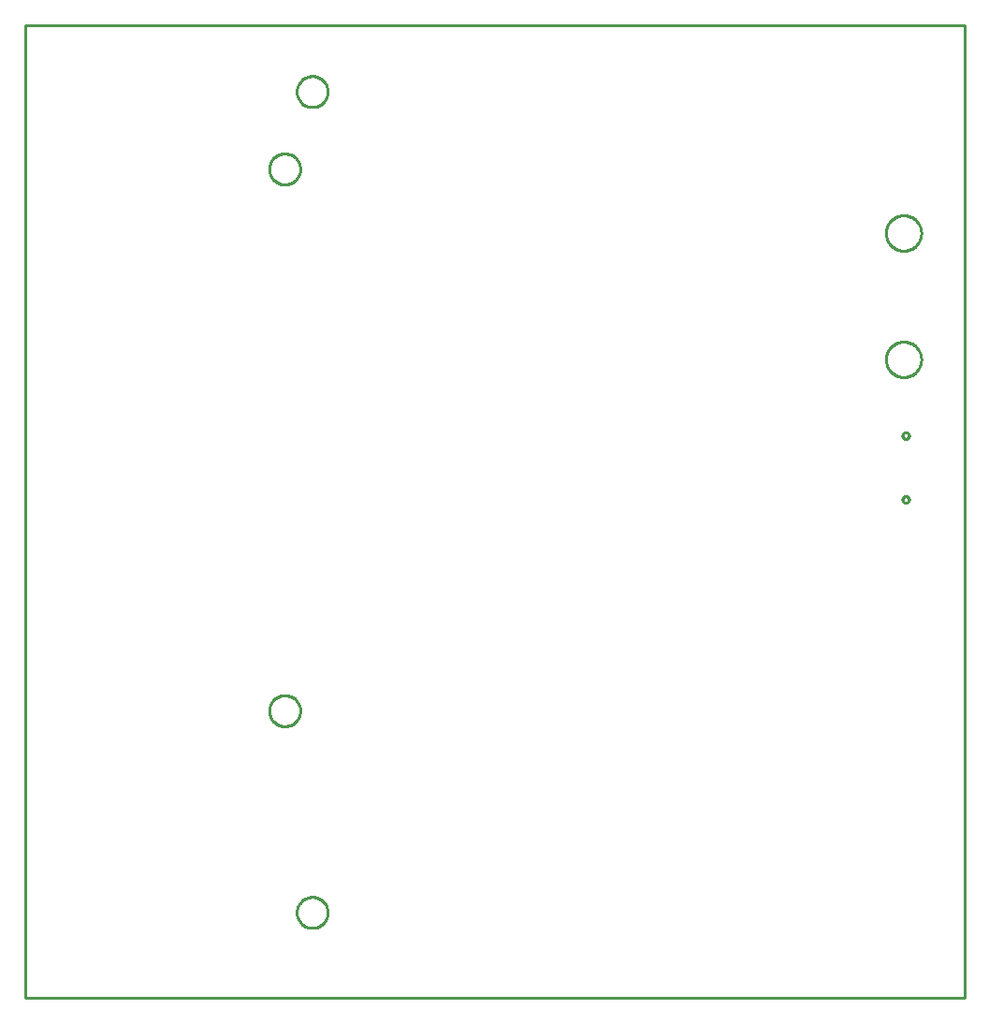
<source format=gko>
G04 EAGLE Gerber RS-274X export*
G75*
%MOMM*%
%FSLAX34Y34*%
%LPD*%
%IN*%
%IPPOS*%
%AMOC8*
5,1,8,0,0,1.08239X$1,22.5*%
G01*
%ADD10C,0.254000*%


D10*
X50000Y-20000D02*
X900000Y-20000D01*
X900000Y860000D01*
X50000Y860000D01*
X50000Y-20000D01*
X299000Y239500D02*
X298929Y238503D01*
X298786Y237513D01*
X298574Y236536D01*
X298292Y235576D01*
X297943Y234639D01*
X297527Y233729D01*
X297048Y232852D01*
X296507Y232010D01*
X295908Y231210D01*
X295253Y230454D01*
X294546Y229747D01*
X293790Y229092D01*
X292990Y228493D01*
X292148Y227952D01*
X291271Y227473D01*
X290361Y227057D01*
X289424Y226708D01*
X288465Y226426D01*
X287487Y226214D01*
X286498Y226071D01*
X285500Y226000D01*
X284500Y226000D01*
X283503Y226071D01*
X282513Y226214D01*
X281536Y226426D01*
X280576Y226708D01*
X279639Y227057D01*
X278729Y227473D01*
X277852Y227952D01*
X277010Y228493D01*
X276210Y229092D01*
X275454Y229747D01*
X274747Y230454D01*
X274092Y231210D01*
X273493Y232010D01*
X272952Y232852D01*
X272473Y233729D01*
X272057Y234639D01*
X271708Y235576D01*
X271426Y236536D01*
X271214Y237513D01*
X271071Y238503D01*
X271000Y239500D01*
X271000Y240500D01*
X271071Y241498D01*
X271214Y242487D01*
X271426Y243465D01*
X271708Y244424D01*
X272057Y245361D01*
X272473Y246271D01*
X272952Y247148D01*
X273493Y247990D01*
X274092Y248790D01*
X274747Y249546D01*
X275454Y250253D01*
X276210Y250908D01*
X277010Y251507D01*
X277852Y252048D01*
X278729Y252527D01*
X279639Y252943D01*
X280576Y253292D01*
X281536Y253574D01*
X282513Y253786D01*
X283503Y253929D01*
X284500Y254000D01*
X285500Y254000D01*
X286498Y253929D01*
X287487Y253786D01*
X288465Y253574D01*
X289424Y253292D01*
X290361Y252943D01*
X291271Y252527D01*
X292148Y252048D01*
X292990Y251507D01*
X293790Y250908D01*
X294546Y250253D01*
X295253Y249546D01*
X295908Y248790D01*
X296507Y247990D01*
X297048Y247148D01*
X297527Y246271D01*
X297943Y245361D01*
X298292Y244424D01*
X298574Y243465D01*
X298786Y242487D01*
X298929Y241498D01*
X299000Y240500D01*
X299000Y239500D01*
X299000Y729500D02*
X298929Y728503D01*
X298786Y727513D01*
X298574Y726536D01*
X298292Y725576D01*
X297943Y724639D01*
X297527Y723729D01*
X297048Y722852D01*
X296507Y722010D01*
X295908Y721210D01*
X295253Y720454D01*
X294546Y719747D01*
X293790Y719092D01*
X292990Y718493D01*
X292148Y717952D01*
X291271Y717473D01*
X290361Y717057D01*
X289424Y716708D01*
X288465Y716426D01*
X287487Y716214D01*
X286498Y716071D01*
X285500Y716000D01*
X284500Y716000D01*
X283503Y716071D01*
X282513Y716214D01*
X281536Y716426D01*
X280576Y716708D01*
X279639Y717057D01*
X278729Y717473D01*
X277852Y717952D01*
X277010Y718493D01*
X276210Y719092D01*
X275454Y719747D01*
X274747Y720454D01*
X274092Y721210D01*
X273493Y722010D01*
X272952Y722852D01*
X272473Y723729D01*
X272057Y724639D01*
X271708Y725576D01*
X271426Y726536D01*
X271214Y727513D01*
X271071Y728503D01*
X271000Y729500D01*
X271000Y730500D01*
X271071Y731498D01*
X271214Y732487D01*
X271426Y733465D01*
X271708Y734424D01*
X272057Y735361D01*
X272473Y736271D01*
X272952Y737148D01*
X273493Y737990D01*
X274092Y738790D01*
X274747Y739546D01*
X275454Y740253D01*
X276210Y740908D01*
X277010Y741507D01*
X277852Y742048D01*
X278729Y742527D01*
X279639Y742943D01*
X280576Y743292D01*
X281536Y743574D01*
X282513Y743786D01*
X283503Y743929D01*
X284500Y744000D01*
X285500Y744000D01*
X286498Y743929D01*
X287487Y743786D01*
X288465Y743574D01*
X289424Y743292D01*
X290361Y742943D01*
X291271Y742527D01*
X292148Y742048D01*
X292990Y741507D01*
X293790Y740908D01*
X294546Y740253D01*
X295253Y739546D01*
X295908Y738790D01*
X296507Y737990D01*
X297048Y737148D01*
X297527Y736271D01*
X297943Y735361D01*
X298292Y734424D01*
X298574Y733465D01*
X298786Y732487D01*
X298929Y731498D01*
X299000Y730500D01*
X299000Y729500D01*
X324000Y57000D02*
X323929Y56003D01*
X323786Y55013D01*
X323574Y54036D01*
X323292Y53076D01*
X322943Y52139D01*
X322527Y51229D01*
X322048Y50352D01*
X321507Y49510D01*
X320908Y48710D01*
X320253Y47954D01*
X319546Y47247D01*
X318790Y46592D01*
X317990Y45993D01*
X317148Y45452D01*
X316271Y44973D01*
X315361Y44557D01*
X314424Y44208D01*
X313465Y43926D01*
X312487Y43714D01*
X311498Y43571D01*
X310500Y43500D01*
X309500Y43500D01*
X308503Y43571D01*
X307513Y43714D01*
X306536Y43926D01*
X305576Y44208D01*
X304639Y44557D01*
X303729Y44973D01*
X302852Y45452D01*
X302010Y45993D01*
X301210Y46592D01*
X300454Y47247D01*
X299747Y47954D01*
X299092Y48710D01*
X298493Y49510D01*
X297952Y50352D01*
X297473Y51229D01*
X297057Y52139D01*
X296708Y53076D01*
X296426Y54036D01*
X296214Y55013D01*
X296071Y56003D01*
X296000Y57000D01*
X296000Y58000D01*
X296071Y58998D01*
X296214Y59987D01*
X296426Y60965D01*
X296708Y61924D01*
X297057Y62861D01*
X297473Y63771D01*
X297952Y64648D01*
X298493Y65490D01*
X299092Y66290D01*
X299747Y67046D01*
X300454Y67753D01*
X301210Y68408D01*
X302010Y69007D01*
X302852Y69548D01*
X303729Y70027D01*
X304639Y70443D01*
X305576Y70792D01*
X306536Y71074D01*
X307513Y71286D01*
X308503Y71429D01*
X309500Y71500D01*
X310500Y71500D01*
X311498Y71429D01*
X312487Y71286D01*
X313465Y71074D01*
X314424Y70792D01*
X315361Y70443D01*
X316271Y70027D01*
X317148Y69548D01*
X317990Y69007D01*
X318790Y68408D01*
X319546Y67753D01*
X320253Y67046D01*
X320908Y66290D01*
X321507Y65490D01*
X322048Y64648D01*
X322527Y63771D01*
X322943Y62861D01*
X323292Y61924D01*
X323574Y60965D01*
X323786Y59987D01*
X323929Y58998D01*
X324000Y58000D01*
X324000Y57000D01*
X324000Y799500D02*
X323929Y798503D01*
X323786Y797513D01*
X323574Y796536D01*
X323292Y795576D01*
X322943Y794639D01*
X322527Y793729D01*
X322048Y792852D01*
X321507Y792010D01*
X320908Y791210D01*
X320253Y790454D01*
X319546Y789747D01*
X318790Y789092D01*
X317990Y788493D01*
X317148Y787952D01*
X316271Y787473D01*
X315361Y787057D01*
X314424Y786708D01*
X313465Y786426D01*
X312487Y786214D01*
X311498Y786071D01*
X310500Y786000D01*
X309500Y786000D01*
X308503Y786071D01*
X307513Y786214D01*
X306536Y786426D01*
X305576Y786708D01*
X304639Y787057D01*
X303729Y787473D01*
X302852Y787952D01*
X302010Y788493D01*
X301210Y789092D01*
X300454Y789747D01*
X299747Y790454D01*
X299092Y791210D01*
X298493Y792010D01*
X297952Y792852D01*
X297473Y793729D01*
X297057Y794639D01*
X296708Y795576D01*
X296426Y796536D01*
X296214Y797513D01*
X296071Y798503D01*
X296000Y799500D01*
X296000Y800500D01*
X296071Y801498D01*
X296214Y802487D01*
X296426Y803465D01*
X296708Y804424D01*
X297057Y805361D01*
X297473Y806271D01*
X297952Y807148D01*
X298493Y807990D01*
X299092Y808790D01*
X299747Y809546D01*
X300454Y810253D01*
X301210Y810908D01*
X302010Y811507D01*
X302852Y812048D01*
X303729Y812527D01*
X304639Y812943D01*
X305576Y813292D01*
X306536Y813574D01*
X307513Y813786D01*
X308503Y813929D01*
X309500Y814000D01*
X310500Y814000D01*
X311498Y813929D01*
X312487Y813786D01*
X313465Y813574D01*
X314424Y813292D01*
X315361Y812943D01*
X316271Y812527D01*
X317148Y812048D01*
X317990Y811507D01*
X318790Y810908D01*
X319546Y810253D01*
X320253Y809546D01*
X320908Y808790D01*
X321507Y807990D01*
X322048Y807148D01*
X322527Y806271D01*
X322943Y805361D01*
X323292Y804424D01*
X323574Y803465D01*
X323786Y802487D01*
X323929Y801498D01*
X324000Y800500D01*
X324000Y799500D01*
X845524Y573850D02*
X846569Y573782D01*
X847608Y573645D01*
X848635Y573440D01*
X849647Y573169D01*
X850639Y572833D01*
X851607Y572432D01*
X852546Y571968D01*
X853454Y571445D01*
X854325Y570863D01*
X855156Y570225D01*
X855943Y569534D01*
X856684Y568793D01*
X857375Y568006D01*
X858013Y567175D01*
X858595Y566304D01*
X859118Y565396D01*
X859582Y564457D01*
X859983Y563489D01*
X860319Y562497D01*
X860590Y561485D01*
X860795Y560458D01*
X860932Y559419D01*
X861000Y558374D01*
X861000Y557326D01*
X860932Y556281D01*
X860795Y555242D01*
X860590Y554215D01*
X860319Y553203D01*
X859983Y552211D01*
X859582Y551243D01*
X859118Y550304D01*
X858595Y549396D01*
X858013Y548525D01*
X857375Y547694D01*
X856684Y546907D01*
X855943Y546166D01*
X855156Y545475D01*
X854325Y544838D01*
X853454Y544256D01*
X852546Y543732D01*
X851607Y543268D01*
X850639Y542867D01*
X849647Y542531D01*
X848635Y542260D01*
X847608Y542055D01*
X846569Y541919D01*
X845524Y541850D01*
X844476Y541850D01*
X843431Y541919D01*
X842392Y542055D01*
X841365Y542260D01*
X840353Y542531D01*
X839361Y542867D01*
X838393Y543268D01*
X837454Y543732D01*
X836546Y544256D01*
X835675Y544838D01*
X834844Y545475D01*
X834057Y546166D01*
X833316Y546907D01*
X832625Y547694D01*
X831988Y548525D01*
X831406Y549396D01*
X830882Y550304D01*
X830418Y551243D01*
X830017Y552211D01*
X829681Y553203D01*
X829410Y554215D01*
X829205Y555242D01*
X829069Y556281D01*
X829000Y557326D01*
X829000Y558374D01*
X829069Y559419D01*
X829205Y560458D01*
X829410Y561485D01*
X829681Y562497D01*
X830017Y563489D01*
X830418Y564457D01*
X830882Y565396D01*
X831406Y566304D01*
X831988Y567175D01*
X832625Y568006D01*
X833316Y568793D01*
X834057Y569534D01*
X834844Y570225D01*
X835675Y570863D01*
X836546Y571445D01*
X837454Y571968D01*
X838393Y572432D01*
X839361Y572833D01*
X840353Y573169D01*
X841365Y573440D01*
X842392Y573645D01*
X843431Y573782D01*
X844476Y573850D01*
X845524Y573850D01*
X845524Y688150D02*
X846569Y688082D01*
X847608Y687945D01*
X848635Y687740D01*
X849647Y687469D01*
X850639Y687133D01*
X851607Y686732D01*
X852546Y686268D01*
X853454Y685745D01*
X854325Y685163D01*
X855156Y684525D01*
X855943Y683834D01*
X856684Y683093D01*
X857375Y682306D01*
X858013Y681475D01*
X858595Y680604D01*
X859118Y679696D01*
X859582Y678757D01*
X859983Y677789D01*
X860319Y676797D01*
X860590Y675785D01*
X860795Y674758D01*
X860932Y673719D01*
X861000Y672674D01*
X861000Y671626D01*
X860932Y670581D01*
X860795Y669542D01*
X860590Y668515D01*
X860319Y667503D01*
X859983Y666511D01*
X859582Y665543D01*
X859118Y664604D01*
X858595Y663696D01*
X858013Y662825D01*
X857375Y661994D01*
X856684Y661207D01*
X855943Y660466D01*
X855156Y659775D01*
X854325Y659138D01*
X853454Y658556D01*
X852546Y658032D01*
X851607Y657568D01*
X850639Y657167D01*
X849647Y656831D01*
X848635Y656560D01*
X847608Y656355D01*
X846569Y656219D01*
X845524Y656150D01*
X844476Y656150D01*
X843431Y656219D01*
X842392Y656355D01*
X841365Y656560D01*
X840353Y656831D01*
X839361Y657167D01*
X838393Y657568D01*
X837454Y658032D01*
X836546Y658556D01*
X835675Y659138D01*
X834844Y659775D01*
X834057Y660466D01*
X833316Y661207D01*
X832625Y661994D01*
X831988Y662825D01*
X831406Y663696D01*
X830882Y664604D01*
X830418Y665543D01*
X830017Y666511D01*
X829681Y667503D01*
X829410Y668515D01*
X829205Y669542D01*
X829069Y670581D01*
X829000Y671626D01*
X829000Y672674D01*
X829069Y673719D01*
X829205Y674758D01*
X829410Y675785D01*
X829681Y676797D01*
X830017Y677789D01*
X830418Y678757D01*
X830882Y679696D01*
X831406Y680604D01*
X831988Y681475D01*
X832625Y682306D01*
X833316Y683093D01*
X834057Y683834D01*
X834844Y684525D01*
X835675Y685163D01*
X836546Y685745D01*
X837454Y686268D01*
X838393Y686732D01*
X839361Y687133D01*
X840353Y687469D01*
X841365Y687740D01*
X842392Y687945D01*
X843431Y688082D01*
X844476Y688150D01*
X845524Y688150D01*
X847236Y434100D02*
X847703Y434026D01*
X848152Y433880D01*
X848572Y433666D01*
X848954Y433388D01*
X849288Y433054D01*
X849566Y432672D01*
X849780Y432252D01*
X849926Y431803D01*
X850000Y431336D01*
X850000Y430864D01*
X849926Y430398D01*
X849780Y429948D01*
X849566Y429528D01*
X849288Y429146D01*
X848954Y428812D01*
X848572Y428534D01*
X848152Y428320D01*
X847703Y428174D01*
X847236Y428100D01*
X846764Y428100D01*
X846298Y428174D01*
X845848Y428320D01*
X845428Y428534D01*
X845046Y428812D01*
X844712Y429146D01*
X844434Y429528D01*
X844220Y429948D01*
X844074Y430398D01*
X844000Y430864D01*
X844000Y431336D01*
X844074Y431803D01*
X844220Y432252D01*
X844434Y432672D01*
X844712Y433054D01*
X845046Y433388D01*
X845428Y433666D01*
X845848Y433880D01*
X846298Y434026D01*
X846764Y434100D01*
X847236Y434100D01*
X847236Y491900D02*
X847703Y491826D01*
X848152Y491680D01*
X848572Y491466D01*
X848954Y491188D01*
X849288Y490854D01*
X849566Y490472D01*
X849780Y490052D01*
X849926Y489603D01*
X850000Y489136D01*
X850000Y488664D01*
X849926Y488198D01*
X849780Y487748D01*
X849566Y487328D01*
X849288Y486946D01*
X848954Y486612D01*
X848572Y486334D01*
X848152Y486120D01*
X847703Y485974D01*
X847236Y485900D01*
X846764Y485900D01*
X846298Y485974D01*
X845848Y486120D01*
X845428Y486334D01*
X845046Y486612D01*
X844712Y486946D01*
X844434Y487328D01*
X844220Y487748D01*
X844074Y488198D01*
X844000Y488664D01*
X844000Y489136D01*
X844074Y489603D01*
X844220Y490052D01*
X844434Y490472D01*
X844712Y490854D01*
X845046Y491188D01*
X845428Y491466D01*
X845848Y491680D01*
X846298Y491826D01*
X846764Y491900D01*
X847236Y491900D01*
M02*

</source>
